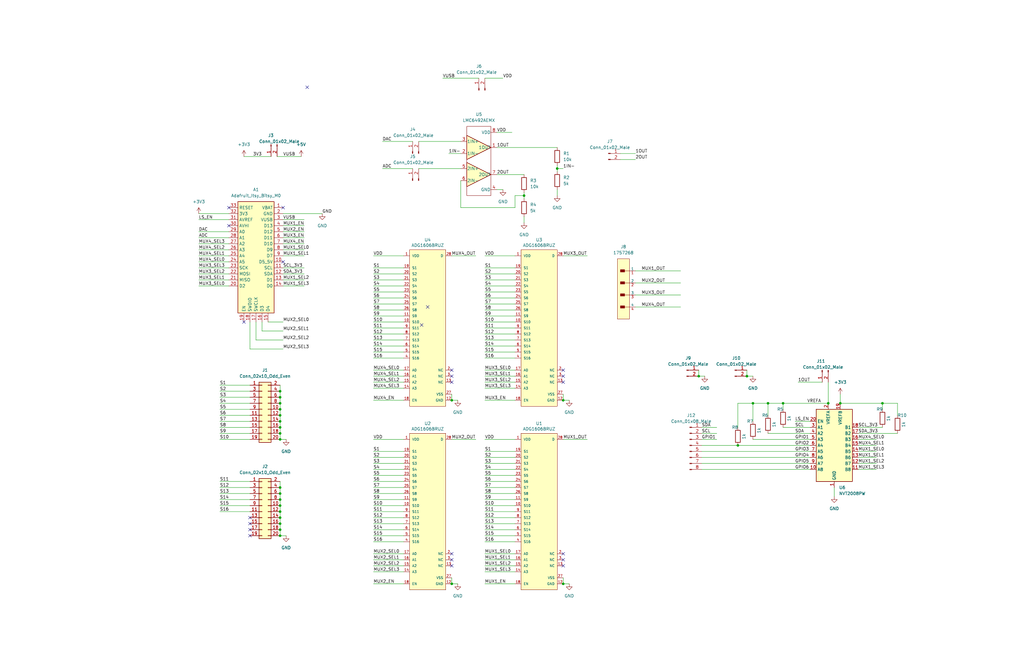
<source format=kicad_sch>
(kicad_sch (version 20211123) (generator eeschema)
  (paper "USLedger")
  (junction (at 118.11 167.64))
  (junction (at 118.11 218.44))
  (junction (at 118.11 185.42))
  (junction (at 118.11 180.34))
  (junction (at 323.85 170.18))
  (junction (at 354.33 170.18))
  (junction (at 118.11 165.1))
  (junction (at 118.11 172.72))
  (junction (at 190.5 246.38))
  (junction (at 118.11 205.74))
  (junction (at 118.11 226.06))
  (junction (at 372.11 170.18))
  (junction (at 118.11 208.28))
  (junction (at 349.25 170.18))
  (junction (at 118.11 175.26))
  (junction (at 237.49 168.91))
  (junction (at 118.11 223.52))
  (junction (at 234.95 71.12))
  (junction (at 330.2 170.18))
  (junction (at 294.64 158.75))
  (junction (at 118.11 170.18))
  (junction (at 118.11 213.36))
  (junction (at 220.98 82.55))
  (junction (at 314.96 158.75))
  (junction (at 118.11 215.9))
  (junction (at 118.11 220.98))
  (junction (at 311.15 187.96))
  (junction (at 237.49 246.38))
  (junction (at 190.5 168.91))
  (junction (at 118.11 182.88))
  (junction (at 118.11 210.82))
  (junction (at 118.11 177.8))
  (junction (at 317.5 170.18))
  (no_connect (at 105.41 223.52))
  (no_connect (at 105.41 220.98))
  (no_connect (at 105.41 218.44))
  (no_connect (at 105.41 226.06))
  (no_connect (at 190.5 238.76))
  (no_connect (at 190.5 236.22))
  (no_connect (at 190.5 233.68))
  (no_connect (at 237.49 233.68))
  (no_connect (at 237.49 236.22))
  (no_connect (at 237.49 238.76))
  (no_connect (at 102.87 135.89))
  (no_connect (at 119.38 87.63))
  (no_connect (at 119.38 110.49))
  (no_connect (at 96.52 87.63))
  (no_connect (at 96.52 95.25))
  (no_connect (at 190.5 161.29))
  (no_connect (at 190.5 158.75))
  (no_connect (at 190.5 156.21))
  (no_connect (at 237.49 161.29))
  (no_connect (at 237.49 158.75))
  (no_connect (at 237.49 156.21))
  (no_connect (at 129.54 36.83))
  (no_connect (at 180.34 129.54))
  (no_connect (at 177.8 137.16))
  (wire (pts (xy 102.87 66.04) (xy 114.3 66.04)))
  (wire (pts (xy 314.96 158.75) (xy 317.5 158.75)))
  (wire (pts (xy 157.48 203.2) (xy 170.18 203.2)))
  (wire (pts (xy 330.2 172.72) (xy 330.2 170.18)))
  (wire (pts (xy 204.47 143.51) (xy 217.17 143.51)))
  (wire (pts (xy 110.49 135.89) (xy 110.49 139.7)))
  (wire (pts (xy 118.11 205.74) (xy 118.11 208.28)))
  (wire (pts (xy 204.47 236.22) (xy 217.17 236.22)))
  (wire (pts (xy 204.47 233.68) (xy 217.17 233.68)))
  (wire (pts (xy 157.48 135.89) (xy 170.18 135.89)))
  (wire (pts (xy 194.31 76.2) (xy 194.31 87.63)))
  (wire (pts (xy 204.47 193.04) (xy 217.17 193.04)))
  (wire (pts (xy 92.71 170.18) (xy 105.41 170.18)))
  (wire (pts (xy 157.48 130.81) (xy 170.18 130.81)))
  (wire (pts (xy 119.38 120.65) (xy 128.27 120.65)))
  (wire (pts (xy 267.97 129.54) (xy 287.02 129.54)))
  (wire (pts (xy 237.49 107.95) (xy 247.65 107.95)))
  (wire (pts (xy 92.71 182.88) (xy 105.41 182.88)))
  (wire (pts (xy 234.95 69.85) (xy 234.95 71.12)))
  (wire (pts (xy 190.5 166.37) (xy 190.5 168.91)))
  (wire (pts (xy 295.91 182.88) (xy 302.26 182.88)))
  (wire (pts (xy 157.48 213.36) (xy 170.18 213.36)))
  (wire (pts (xy 157.48 193.04) (xy 170.18 193.04)))
  (wire (pts (xy 209.55 55.88) (xy 215.9 55.88)))
  (wire (pts (xy 118.11 220.98) (xy 118.11 223.52)))
  (wire (pts (xy 378.46 175.26) (xy 378.46 170.18)))
  (wire (pts (xy 157.48 198.12) (xy 170.18 198.12)))
  (wire (pts (xy 209.55 62.23) (xy 234.95 62.23)))
  (wire (pts (xy 204.47 115.57) (xy 217.17 115.57)))
  (wire (pts (xy 349.25 161.29) (xy 349.25 170.18)))
  (wire (pts (xy 204.47 198.12) (xy 217.17 198.12)))
  (wire (pts (xy 354.33 166.37) (xy 354.33 170.18)))
  (wire (pts (xy 107.95 135.89) (xy 107.95 143.51)))
  (wire (pts (xy 220.98 91.44) (xy 220.98 93.98)))
  (wire (pts (xy 157.48 226.06) (xy 170.18 226.06)))
  (wire (pts (xy 157.48 236.22) (xy 170.18 236.22)))
  (wire (pts (xy 119.38 115.57) (xy 128.27 115.57)))
  (wire (pts (xy 295.91 180.34) (xy 302.26 180.34)))
  (wire (pts (xy 92.71 210.82) (xy 105.41 210.82)))
  (wire (pts (xy 204.47 118.11) (xy 217.17 118.11)))
  (wire (pts (xy 113.03 135.89) (xy 119.38 135.89)))
  (wire (pts (xy 378.46 170.18) (xy 372.11 170.18)))
  (wire (pts (xy 336.55 161.29) (xy 346.71 161.29)))
  (wire (pts (xy 176.53 59.69) (xy 194.31 59.69)))
  (wire (pts (xy 157.48 148.59) (xy 170.18 148.59)))
  (wire (pts (xy 204.47 151.13) (xy 217.17 151.13)))
  (wire (pts (xy 157.48 107.95) (xy 170.18 107.95)))
  (wire (pts (xy 234.95 71.12) (xy 237.49 71.12)))
  (wire (pts (xy 361.95 182.88) (xy 378.46 182.88)))
  (wire (pts (xy 157.48 120.65) (xy 170.18 120.65)))
  (wire (pts (xy 204.47 226.06) (xy 217.17 226.06)))
  (wire (pts (xy 157.48 238.76) (xy 170.18 238.76)))
  (wire (pts (xy 92.71 205.74) (xy 105.41 205.74)))
  (wire (pts (xy 157.48 218.44) (xy 170.18 218.44)))
  (wire (pts (xy 83.82 110.49) (xy 96.52 110.49)))
  (wire (pts (xy 204.47 241.3) (xy 217.17 241.3)))
  (wire (pts (xy 204.47 107.95) (xy 217.17 107.95)))
  (wire (pts (xy 204.47 220.98) (xy 217.17 220.98)))
  (wire (pts (xy 92.71 208.28) (xy 105.41 208.28)))
  (wire (pts (xy 204.47 138.43) (xy 217.17 138.43)))
  (wire (pts (xy 157.48 115.57) (xy 170.18 115.57)))
  (wire (pts (xy 157.48 223.52) (xy 170.18 223.52)))
  (wire (pts (xy 119.38 107.95) (xy 128.27 107.95)))
  (wire (pts (xy 204.47 135.89) (xy 217.17 135.89)))
  (wire (pts (xy 204.47 113.03) (xy 217.17 113.03)))
  (wire (pts (xy 92.71 215.9) (xy 105.41 215.9)))
  (wire (pts (xy 220.98 81.28) (xy 220.98 82.55)))
  (wire (pts (xy 157.48 123.19) (xy 170.18 123.19)))
  (wire (pts (xy 92.71 185.42) (xy 105.41 185.42)))
  (wire (pts (xy 83.82 97.79) (xy 96.52 97.79)))
  (wire (pts (xy 190.5 246.38) (xy 193.04 246.38)))
  (wire (pts (xy 237.49 243.84) (xy 237.49 246.38)))
  (wire (pts (xy 118.11 203.2) (xy 118.11 205.74)))
  (wire (pts (xy 157.48 208.28) (xy 170.18 208.28)))
  (wire (pts (xy 267.97 114.3) (xy 287.02 114.3)))
  (wire (pts (xy 204.47 210.82) (xy 217.17 210.82)))
  (wire (pts (xy 92.71 165.1) (xy 105.41 165.1)))
  (wire (pts (xy 335.28 177.8) (xy 341.63 177.8)))
  (wire (pts (xy 118.11 210.82) (xy 118.11 213.36)))
  (wire (pts (xy 157.48 118.11) (xy 170.18 118.11)))
  (wire (pts (xy 105.41 147.32) (xy 119.38 147.32)))
  (wire (pts (xy 204.47 125.73) (xy 217.17 125.73)))
  (wire (pts (xy 204.47 195.58) (xy 217.17 195.58)))
  (wire (pts (xy 317.5 170.18) (xy 323.85 170.18)))
  (wire (pts (xy 157.48 143.51) (xy 170.18 143.51)))
  (wire (pts (xy 157.48 228.6) (xy 170.18 228.6)))
  (wire (pts (xy 217.17 82.55) (xy 220.98 82.55)))
  (wire (pts (xy 204.47 168.91) (xy 217.17 168.91)))
  (wire (pts (xy 157.48 158.75) (xy 170.18 158.75)))
  (wire (pts (xy 361.95 198.12) (xy 369.57 198.12)))
  (wire (pts (xy 118.11 175.26) (xy 118.11 177.8)))
  (wire (pts (xy 118.11 165.1) (xy 118.11 167.64)))
  (wire (pts (xy 176.53 71.12) (xy 194.31 71.12)))
  (wire (pts (xy 157.48 195.58) (xy 170.18 195.58)))
  (wire (pts (xy 295.91 198.12) (xy 341.63 198.12)))
  (wire (pts (xy 118.11 170.18) (xy 118.11 172.72)))
  (wire (pts (xy 157.48 205.74) (xy 170.18 205.74)))
  (wire (pts (xy 118.11 172.72) (xy 118.11 175.26)))
  (wire (pts (xy 83.82 102.87) (xy 96.52 102.87)))
  (wire (pts (xy 204.47 33.02) (xy 212.09 33.02)))
  (wire (pts (xy 157.48 133.35) (xy 170.18 133.35)))
  (wire (pts (xy 295.91 187.96) (xy 311.15 187.96)))
  (wire (pts (xy 83.82 107.95) (xy 96.52 107.95)))
  (wire (pts (xy 204.47 130.81) (xy 217.17 130.81)))
  (wire (pts (xy 118.11 185.42) (xy 120.65 185.42)))
  (wire (pts (xy 204.47 208.28) (xy 217.17 208.28)))
  (wire (pts (xy 83.82 90.17) (xy 96.52 90.17)))
  (wire (pts (xy 204.47 140.97) (xy 217.17 140.97)))
  (wire (pts (xy 204.47 190.5) (xy 217.17 190.5)))
  (wire (pts (xy 361.95 190.5) (xy 369.57 190.5)))
  (wire (pts (xy 92.71 175.26) (xy 105.41 175.26)))
  (wire (pts (xy 330.2 170.18) (xy 349.25 170.18)))
  (wire (pts (xy 157.48 161.29) (xy 170.18 161.29)))
  (wire (pts (xy 83.82 105.41) (xy 96.52 105.41)))
  (wire (pts (xy 267.97 124.46) (xy 287.02 124.46)))
  (wire (pts (xy 351.79 205.74) (xy 351.79 209.55)))
  (wire (pts (xy 267.97 119.38) (xy 287.02 119.38)))
  (wire (pts (xy 119.38 92.71) (xy 128.27 92.71)))
  (wire (pts (xy 83.82 120.65) (xy 96.52 120.65)))
  (wire (pts (xy 107.95 143.51) (xy 119.38 143.51)))
  (wire (pts (xy 204.47 161.29) (xy 217.17 161.29)))
  (wire (pts (xy 157.48 113.03) (xy 170.18 113.03)))
  (wire (pts (xy 118.11 167.64) (xy 118.11 170.18)))
  (wire (pts (xy 118.11 223.52) (xy 118.11 226.06)))
  (wire (pts (xy 204.47 163.83) (xy 217.17 163.83)))
  (wire (pts (xy 92.71 177.8) (xy 105.41 177.8)))
  (wire (pts (xy 204.47 156.21) (xy 217.17 156.21)))
  (wire (pts (xy 311.15 170.18) (xy 317.5 170.18)))
  (wire (pts (xy 294.64 158.75) (xy 297.18 158.75)))
  (wire (pts (xy 361.95 195.58) (xy 369.57 195.58)))
  (wire (pts (xy 261.62 64.77) (xy 267.97 64.77)))
  (wire (pts (xy 323.85 182.88) (xy 341.63 182.88)))
  (wire (pts (xy 194.31 87.63) (xy 217.17 87.63)))
  (wire (pts (xy 361.95 193.04) (xy 369.57 193.04)))
  (wire (pts (xy 204.47 158.75) (xy 217.17 158.75)))
  (wire (pts (xy 157.48 246.38) (xy 170.18 246.38)))
  (wire (pts (xy 157.48 125.73) (xy 170.18 125.73)))
  (wire (pts (xy 118.11 180.34) (xy 118.11 182.88)))
  (wire (pts (xy 118.11 215.9) (xy 118.11 218.44)))
  (wire (pts (xy 234.95 80.01) (xy 234.95 82.55)))
  (wire (pts (xy 204.47 203.2) (xy 217.17 203.2)))
  (wire (pts (xy 83.82 115.57) (xy 96.52 115.57)))
  (wire (pts (xy 204.47 146.05) (xy 217.17 146.05)))
  (wire (pts (xy 204.47 213.36) (xy 217.17 213.36)))
  (wire (pts (xy 157.48 128.27) (xy 170.18 128.27)))
  (wire (pts (xy 204.47 228.6) (xy 217.17 228.6)))
  (wire (pts (xy 204.47 185.42) (xy 217.17 185.42)))
  (wire (pts (xy 204.47 223.52) (xy 217.17 223.52)))
  (wire (pts (xy 92.71 162.56) (xy 105.41 162.56)))
  (wire (pts (xy 204.47 218.44) (xy 217.17 218.44)))
  (wire (pts (xy 157.48 146.05) (xy 170.18 146.05)))
  (wire (pts (xy 354.33 170.18) (xy 372.11 170.18)))
  (wire (pts (xy 157.48 210.82) (xy 170.18 210.82)))
  (wire (pts (xy 217.17 87.63) (xy 217.17 82.55)))
  (wire (pts (xy 92.71 172.72) (xy 105.41 172.72)))
  (wire (pts (xy 161.29 71.12) (xy 173.99 71.12)))
  (wire (pts (xy 119.38 97.79) (xy 128.27 97.79)))
  (wire (pts (xy 157.48 200.66) (xy 170.18 200.66)))
  (wire (pts (xy 119.38 113.03) (xy 128.27 113.03)))
  (wire (pts (xy 295.91 193.04) (xy 341.63 193.04)))
  (wire (pts (xy 323.85 170.18) (xy 330.2 170.18)))
  (wire (pts (xy 237.49 185.42) (xy 247.65 185.42)))
  (wire (pts (xy 323.85 175.26) (xy 323.85 170.18)))
  (wire (pts (xy 157.48 220.98) (xy 170.18 220.98)))
  (wire (pts (xy 237.49 246.38) (xy 240.03 246.38)))
  (wire (pts (xy 118.11 162.56) (xy 118.11 165.1)))
  (wire (pts (xy 204.47 123.19) (xy 217.17 123.19)))
  (wire (pts (xy 314.96 156.21) (xy 314.96 158.75)))
  (wire (pts (xy 237.49 168.91) (xy 240.03 168.91)))
  (wire (pts (xy 204.47 128.27) (xy 217.17 128.27)))
  (wire (pts (xy 204.47 246.38) (xy 217.17 246.38)))
  (wire (pts (xy 204.47 133.35) (xy 217.17 133.35)))
  (wire (pts (xy 295.91 185.42) (xy 302.26 185.42)))
  (wire (pts (xy 311.15 187.96) (xy 341.63 187.96)))
  (wire (pts (xy 204.47 238.76) (xy 217.17 238.76)))
  (wire (pts (xy 118.11 208.28) (xy 118.11 210.82)))
  (wire (pts (xy 295.91 195.58) (xy 341.63 195.58)))
  (wire (pts (xy 157.48 233.68) (xy 170.18 233.68)))
  (wire (pts (xy 119.38 90.17) (xy 135.89 90.17)))
  (wire (pts (xy 92.71 180.34) (xy 105.41 180.34)))
  (wire (pts (xy 317.5 177.8) (xy 317.5 170.18)))
  (wire (pts (xy 157.48 140.97) (xy 170.18 140.97)))
  (wire (pts (xy 361.95 187.96) (xy 369.57 187.96)))
  (wire (pts (xy 118.11 182.88) (xy 118.11 185.42)))
  (wire (pts (xy 204.47 148.59) (xy 217.17 148.59)))
  (wire (pts (xy 119.38 95.25) (xy 128.27 95.25)))
  (wire (pts (xy 83.82 118.11) (xy 96.52 118.11)))
  (wire (pts (xy 105.41 135.89) (xy 105.41 147.32)))
  (wire (pts (xy 83.82 92.71) (xy 96.52 92.71)))
  (wire (pts (xy 190.5 185.42) (xy 200.66 185.42)))
  (wire (pts (xy 157.48 151.13) (xy 170.18 151.13)))
  (wire (pts (xy 157.48 138.43) (xy 170.18 138.43)))
  (wire (pts (xy 209.55 80.01) (xy 212.09 80.01)))
  (wire (pts (xy 295.91 190.5) (xy 341.63 190.5)))
  (wire (pts (xy 204.47 215.9) (xy 217.17 215.9)))
  (wire (pts (xy 190.5 243.84) (xy 190.5 246.38)))
  (wire (pts (xy 204.47 120.65) (xy 217.17 120.65)))
  (wire (pts (xy 317.5 185.42) (xy 341.63 185.42)))
  (wire (pts (xy 92.71 203.2) (xy 105.41 203.2)))
  (wire (pts (xy 92.71 167.64) (xy 105.41 167.64)))
  (wire (pts (xy 83.82 100.33) (xy 96.52 100.33)))
  (wire (pts (xy 157.48 156.21) (xy 170.18 156.21)))
  (wire (pts (xy 372.11 172.72) (xy 372.11 170.18)))
  (wire (pts (xy 186.69 33.02) (xy 201.93 33.02)))
  (wire (pts (xy 118.11 177.8) (xy 118.11 180.34)))
  (wire (pts (xy 119.38 102.87) (xy 128.27 102.87)))
  (wire (pts (xy 157.48 168.91) (xy 170.18 168.91)))
  (wire (pts (xy 237.49 166.37) (xy 237.49 168.91)))
  (wire (pts (xy 204.47 205.74) (xy 217.17 205.74)))
  (wire (pts (xy 294.64 156.21) (xy 294.64 158.75)))
  (wire (pts (xy 157.48 190.5) (xy 170.18 190.5)))
  (wire (pts (xy 234.95 71.12) (xy 234.95 72.39)))
  (wire (pts (xy 119.38 105.41) (xy 128.27 105.41)))
  (wire (pts (xy 204.47 200.66) (xy 217.17 200.66)))
  (wire (pts (xy 157.48 163.83) (xy 170.18 163.83)))
  (wire (pts (xy 330.2 180.34) (xy 341.63 180.34)))
  (wire (pts (xy 118.11 213.36) (xy 118.11 215.9)))
  (wire (pts (xy 161.29 59.69) (xy 173.99 59.69)))
  (wire (pts (xy 119.38 118.11) (xy 128.27 118.11)))
  (wire (pts (xy 83.82 113.03) (xy 96.52 113.03)))
  (wire (pts (xy 190.5 107.95) (xy 200.66 107.95)))
  (wire (pts (xy 92.71 213.36) (xy 105.41 213.36)))
  (wire (pts (xy 220.98 82.55) (xy 220.98 83.82)))
  (wire (pts (xy 189.23 64.77) (xy 194.31 64.77)))
  (wire (pts (xy 157.48 241.3) (xy 170.18 241.3)))
  (wire (pts (xy 119.38 100.33) (xy 128.27 100.33)))
  (wire (pts (xy 118.11 218.44) (xy 118.11 220.98)))
  (wire (pts (xy 190.5 168.91) (xy 193.04 168.91)))
  (wire (pts (xy 209.55 73.66) (xy 220.98 73.66)))
  (wire (pts (xy 116.84 66.04) (xy 127 66.04)))
  (wire (pts (xy 261.62 67.31) (xy 267.97 67.31)))
  (wire (pts (xy 311.15 180.34) (xy 311.15 170.18)))
  (wire (pts (xy 118.11 226.06) (xy 120.65 226.06)))
  (wire (pts (xy 110.49 139.7) (xy 119.38 139.7)))
  (wire (pts (xy 361.95 185.42) (xy 369.57 185.42)))
  (wire (pts (xy 361.95 180.34) (xy 372.11 180.34)))
  (wire (pts (xy 157.48 215.9) (xy 170.18 215.9)))
  (wire (pts (xy 157.48 185.42) (xy 170.18 185.42)))
  (label "S12" (at 157.48 218.44 0))
  (label "S2" (at 157.48 193.04 0))
  (label "S5" (at 204.47 123.19 0))
  (label "MUX1_SEL1" (at 361.95 193.04 0))
  (label "S9" (at 92.71 182.88 0))
  (label "S13" (at 92.71 208.28 0))
  (label "S2" (at 204.47 193.04 0))
  (label "2OUT" (at 267.97 67.31 0))
  (label "MUX2_SEL2" (at 119.38 143.51 0))
  (label "MUX1_OUT" (at 270.51 114.3 0))
  (label "MUX3_SEL2" (at 204.47 161.29 0))
  (label "VDD" (at 204.47 107.95 0))
  (label "MUX3_SEL2" (at 83.82 115.57 0))
  (label "S10" (at 204.47 135.89 0))
  (label "GPIO6" (at 335.28 198.12 0))
  (label "S9" (at 157.48 133.35 0))
  (label "S14" (at 92.71 210.82 0))
  (label "DAC" (at 161.29 59.69 0))
  (label "MUX3_SEL1" (at 204.47 158.75 0))
  (label "1OUT" (at 209.55 62.23 0))
  (label "S5" (at 157.48 200.66 0))
  (label "SDA" (at 295.91 180.34 0))
  (label "MUX3_SEL0" (at 204.47 156.21 0))
  (label "SCL" (at 295.91 182.88 0))
  (label "MUX4_SEL2" (at 83.82 105.41 0))
  (label "VDD" (at 209.55 55.88 0))
  (label "S15" (at 157.48 148.59 0))
  (label "S3" (at 92.71 167.64 0))
  (label "MUX4_SEL0" (at 157.48 156.21 0))
  (label "GPIO2" (at 335.28 187.96 0))
  (label "S3" (at 157.48 118.11 0))
  (label "S10" (at 92.71 185.42 0))
  (label "S5" (at 204.47 200.66 0))
  (label "2OUT" (at 209.55 73.66 0))
  (label "S1" (at 204.47 113.03 0))
  (label "MUX2_SEL1" (at 119.38 139.7 0))
  (label "S2" (at 204.47 115.57 0))
  (label "MUX3_EN" (at 119.38 100.33 0))
  (label "S3" (at 204.47 195.58 0))
  (label "S7" (at 92.71 177.8 0))
  (label "S16" (at 157.48 228.6 0))
  (label "MUX3_OUT" (at 237.49 107.95 0))
  (label "SDA_3V3" (at 119.38 115.57 0))
  (label "VDD" (at 204.47 185.42 0))
  (label "GPIO4" (at 335.28 193.04 0))
  (label "GPIO1" (at 335.28 185.42 0))
  (label "S8" (at 157.48 208.28 0))
  (label "MUX2_SEL0" (at 119.38 135.89 0))
  (label "GPIO3" (at 335.28 190.5 0))
  (label "MUX1_SEL3" (at 119.38 120.65 0))
  (label "S4" (at 204.47 198.12 0))
  (label "S1" (at 157.48 113.03 0))
  (label "ADC" (at 161.29 71.12 0))
  (label "MUX4_SEL0" (at 83.82 110.49 0))
  (label "S13" (at 157.48 220.98 0))
  (label "SDA" (at 335.28 182.88 0))
  (label "MUX1_SEL2" (at 204.47 238.76 0))
  (label "MUX3_OUT" (at 270.51 124.46 0))
  (label "MUX2_SEL0" (at 157.48 233.68 0))
  (label "S6" (at 204.47 125.73 0))
  (label "S1" (at 92.71 162.56 0))
  (label "MUX3_SEL3" (at 83.82 113.03 0))
  (label "MUX1_SEL0" (at 119.38 105.41 0))
  (label "S6" (at 157.48 125.73 0))
  (label "MUX4_SEL1" (at 361.95 187.96 0))
  (label "VUSB" (at 119.38 66.04 0))
  (label "S4" (at 204.47 120.65 0))
  (label "1IN-" (at 237.49 71.12 0))
  (label "S3" (at 157.48 195.58 0))
  (label "S10" (at 157.48 135.89 0))
  (label "VUSB" (at 119.38 92.71 0))
  (label "S3" (at 204.47 118.11 0))
  (label "S2" (at 92.71 165.1 0))
  (label "S6" (at 204.47 203.2 0))
  (label "S15" (at 204.47 226.06 0))
  (label "MUX2_EN" (at 157.48 246.38 0))
  (label "S16" (at 92.71 215.9 0))
  (label "S11" (at 92.71 203.2 0))
  (label "S9" (at 157.48 210.82 0))
  (label "S11" (at 157.48 138.43 0))
  (label "S7" (at 204.47 205.74 0))
  (label "MUX3_SEL1" (at 83.82 118.11 0))
  (label "GND" (at 135.89 90.17 0))
  (label "S7" (at 204.47 128.27 0))
  (label "MUX2_OUT" (at 270.51 119.38 0))
  (label "S7" (at 157.48 128.27 0))
  (label "S16" (at 204.47 228.6 0))
  (label "MUX1_OUT" (at 237.49 185.42 0))
  (label "S10" (at 204.47 213.36 0))
  (label "S1" (at 204.47 190.5 0))
  (label "VREFA" (at 340.36 170.18 0))
  (label "MUX1_SEL1" (at 119.38 107.95 0))
  (label "MUX1_SEL2" (at 119.38 118.11 0))
  (label "S12" (at 157.48 140.97 0))
  (label "S8" (at 204.47 208.28 0))
  (label "VDD" (at 157.48 185.42 0))
  (label "DAC" (at 83.82 97.79 0))
  (label "S8" (at 157.48 130.81 0))
  (label "MUX1_EN" (at 119.38 95.25 0))
  (label "S12" (at 92.71 205.74 0))
  (label "MUX2_SEL3" (at 157.48 241.3 0))
  (label "S12" (at 204.47 140.97 0))
  (label "S13" (at 157.48 143.51 0))
  (label "MUX3_SEL3" (at 204.47 163.83 0))
  (label "S2" (at 157.48 115.57 0))
  (label "MUX3_EN" (at 204.47 168.91 0))
  (label "S5" (at 157.48 123.19 0))
  (label "MUX1_SEL0" (at 361.95 190.5 0))
  (label "MUX4_EN" (at 119.38 102.87 0))
  (label "S14" (at 157.48 223.52 0))
  (label "MUX2_SEL2" (at 157.48 238.76 0))
  (label "MUX2_OUT" (at 190.5 185.42 0))
  (label "VUSB" (at 186.69 33.02 0))
  (label "S14" (at 157.48 146.05 0))
  (label "MUX4_SEL2" (at 157.48 161.29 0))
  (label "MUX1_EN" (at 204.47 246.38 0))
  (label "SCL" (at 335.28 180.34 0))
  (label "SDA_3V3" (at 361.95 182.88 0))
  (label "S14" (at 204.47 223.52 0))
  (label "MUX1_SEL2" (at 361.95 195.58 0))
  (label "S8" (at 204.47 130.81 0))
  (label "MUX4_OUT" (at 270.51 129.54 0))
  (label "MUX4_SEL3" (at 157.48 163.83 0))
  (label "S14" (at 204.47 146.05 0))
  (label "MUX1_SEL1" (at 204.47 236.22 0))
  (label "MUX4_EN" (at 157.48 168.91 0))
  (label "MUX4_SEL0" (at 361.95 185.42 0))
  (label "MUX4_SEL3" (at 83.82 102.87 0))
  (label "MUX1_SEL3" (at 204.47 241.3 0))
  (label "S12" (at 204.47 218.44 0))
  (label "S9" (at 204.47 133.35 0))
  (label "MUX4_SEL1" (at 83.82 107.95 0))
  (label "S7" (at 157.48 205.74 0))
  (label "1IN-" (at 189.23 64.77 0))
  (label "S15" (at 204.47 148.59 0))
  (label "S16" (at 157.48 151.13 0))
  (label "SCL_3V3" (at 361.95 180.34 0))
  (label "S16" (at 204.47 151.13 0))
  (label "S4" (at 92.71 170.18 0))
  (label "LS_EN" (at 335.28 177.8 0))
  (label "S11" (at 204.47 138.43 0))
  (label "1OUT" (at 267.97 64.77 0))
  (label "S11" (at 157.48 215.9 0))
  (label "MUX1_SEL3" (at 361.95 198.12 0))
  (label "S15" (at 157.48 226.06 0))
  (label "MUX4_SEL1" (at 157.48 158.75 0))
  (label "SCL_3V3" (at 119.38 113.03 0))
  (label "MUX2_SEL1" (at 157.48 236.22 0))
  (label "GPIO5" (at 335.28 195.58 0))
  (label "S6" (at 92.71 175.26 0))
  (label "S15" (at 92.71 213.36 0))
  (label "MUX1_SEL0" (at 204.47 233.68 0))
  (label "S1" (at 157.48 190.5 0))
  (label "S6" (at 157.48 203.2 0))
  (label "S11" (at 204.47 215.9 0))
  (label "MUX4_OUT" (at 190.5 107.95 0))
  (label "3V3" (at 106.68 66.04 0))
  (label "S13" (at 204.47 220.98 0))
  (label "S10" (at 157.48 213.36 0))
  (label "S13" (at 204.47 143.51 0))
  (label "S8" (at 92.71 180.34 0))
  (label "ADC" (at 83.82 100.33 0))
  (label "VDD" (at 212.09 33.02 0))
  (label "MUX3_SEL0" (at 83.82 120.65 0))
  (label "VDD" (at 157.48 107.95 0))
  (label "S4" (at 157.48 198.12 0))
  (label "1OUT" (at 336.55 161.29 0))
  (label "S4" (at 157.48 120.65 0))
  (label "GPIO1" (at 295.91 185.42 0))
  (label "MUX2_EN" (at 119.38 97.79 0))
  (label "LS_EN" (at 83.82 92.71 0))
  (label "S9" (at 204.47 210.82 0))
  (label "S5" (at 92.71 172.72 0))
  (label "MUX2_SEL3" (at 119.38 147.32 0))
  (symbol (lib_name "ADG1606BRUZ_1") (lib_id "mux_board_v1:ADG1606BRUZ") (at 167.64 107.95 0) (unit 1)
    (property "Reference" "U4" (at 180.34 101.219 0))
    (property "Value" "ADG1606BRUZ" (at 180.34 103.5304 0))
    (property "Footprint" "mux_board_v1:Analog_Devices-RU-28-0-0-IPC_A" (effects hide))
    (property "Datasheet" "https://www.analog.com/media/en/technical-documentation/data-sheets/ADG1606_1607.pdf" (effects hide))
    (property "-3dB bandwith" "21MHz" (effects hide))
    (property "automotive" "No" (effects hide))
    (property "category" "IC" (effects hide))
    (property "ciiva ids" "1216611" (effects hide))
    (property "device class L1" "Integrated Circuits (ICs)" (effects hide))
    (property "device class L2" "Interface ICs" (effects hide))
    (property "device class L3" "Multiplexers" (effects hide))
    (property "digikey description" "IC MULTIPLEXER 1 X 16 28TSSOP" (effects hide))
    (property "digikey part number" "ADG1606BRUZ-ND" (effects hide))
    (property "height" "1.2mm" (effects hide))
    (property "ipc land pattern name" "SOP65P640X120-28" (effects hide))
    (property "lead free" "Yes" (effects hide))
    (property "library id" "9951777a5a1efd18" (effects hide))
    (property "manufacturer" "Analog Devices" (effects hide))
    (property "max junction temp" "+150°C" (effects hide))
    (property "max supply voltage" "16V" (effects hide))
    (property "min supply voltage" "3.3V" (effects hide))
    (property "mouser description" "Multiplexer Switch ICs 16:1 21MHz 4 Ohm iCMOS Diff" (effects hide))
    (property "mouser part number" "584-ADG1606BRUZ" (effects hide))
    (property "mux demux ratio" "16:1" (effects hide))
    (property "nominal supply current" "300uA" (effects hide))
    (property "number of circuits" "16" (effects hide))
    (property "obsolete part" "false" (effects hide))
    (property "on state resistance" "4.5Ω" (effects hide))
    (property "package" "TSSOP28" (effects hide))
    (property "release date" "1391089322" (effects hide))
    (property "rohs" "Yes" (effects hide))
    (property "standoff height" "0.05mm" (effects hide))
    (property "temperature range high" "+125°C" (effects hide))
    (property "temperature range low" "-40°C" (effects hide))
  )
  (symbol (lib_name "ADG1606BRUZ_2") (lib_id "mux_board_v1:ADG1606BRUZ") (at 214.63 107.95 0) (unit 1)
    (property "Reference" "U3" (at 227.33 101.219 0))
    (property "Value" "ADG1606BRUZ" (at 227.33 103.5304 0))
    (property "Footprint" "mux_board_v1:Analog_Devices-RU-28-0-0-IPC_A" (effects hide))
    (property "Datasheet" "https://www.analog.com/media/en/technical-documentation/data-sheets/ADG1606_1607.pdf" (effects hide))
    (property "-3dB bandwith" "21MHz" (effects hide))
    (property "automotive" "No" (effects hide))
    (property "category" "IC" (effects hide))
    (property "ciiva ids" "1216611" (effects hide))
    (property "device class L1" "Integrated Circuits (ICs)" (effects hide))
    (property "device class L2" "Interface ICs" (effects hide))
    (property "device class L3" "Multiplexers" (effects hide))
    (property "digikey description" "IC MULTIPLEXER 1 X 16 28TSSOP" (effects hide))
    (property "digikey part number" "ADG1606BRUZ-ND" (effects hide))
    (property "height" "1.2mm" (effects hide))
    (property "ipc land pattern name" "SOP65P640X120-28" (effects hide))
    (property "lead free" "Yes" (effects hide))
    (property "library id" "9951777a5a1efd18" (effects hide))
    (property "manufacturer" "Analog Devices" (effects hide))
    (property "max junction temp" "+150°C" (effects hide))
    (property "max supply voltage" "16V" (effects hide))
    (property "min supply voltage" "3.3V" (effects hide))
    (property "mouser description" "Multiplexer Switch ICs 16:1 21MHz 4 Ohm iCMOS Diff" (effects hide))
    (property "mouser part number" "584-ADG1606BRUZ" (effects hide))
    (property "mux demux ratio" "16:1" (effects hide))
    (property "nominal supply current" "300uA" (effects hide))
    (property "number of circuits" "16" (effects hide))
    (property "obsolete part" "false" (effects hide))
    (property "on state resistance" "4.5Ω" (effects hide))
    (property "package" "TSSOP28" (effects hide))
    (property "release date" "1391089322" (effects hide))
    (property "rohs" "Yes" (effects hide))
    (property "standoff height" "0.05mm" (effects hide))
    (property "temperature range high" "+125°C" (effects hide))
    (property "temperature range low" "-40°C" (effects hide))
  )
  (symbol (lib_id "mux_board_v1:ADG1606BRUZ") (at 214.63 185.42 0) (unit 1)
    (property "Reference" "U1" (at 227.33 178.689 0))
    (property "Value" "ADG1606BRUZ" (at 227.33 181.0004 0))
    (property "Footprint" "mux_board_v1:Analog_Devices-RU-28-0-0-IPC_A" (effects hide))
    (property "Datasheet" "https://www.analog.com/media/en/technical-documentation/data-sheets/ADG1606_1607.pdf" (effects hide))
    (property "-3dB bandwith" "21MHz" (effects hide))
    (property "automotive" "No" (effects hide))
    (property "category" "IC" (effects hide))
    (property "ciiva ids" "1216611" (effects hide))
    (property "device class L1" "Integrated Circuits (ICs)" (effects hide))
    (property "device class L2" "Interface ICs" (effects hide))
    (property "device class L3" "Multiplexers" (effects hide))
    (property "digikey description" "IC MULTIPLEXER 1 X 16 28TSSOP" (effects hide))
    (property "digikey part number" "ADG1606BRUZ-ND" (effects hide))
    (property "height" "1.2mm" (effects hide))
    (property "ipc land pattern name" "SOP65P640X120-28" (effects hide))
    (property "lead free" "Yes" (effects hide))
    (property "library id" "9951777a5a1efd18" (effects hide))
    (property "manufacturer" "Analog Devices" (effects hide))
    (property "max junction temp" "+150°C" (effects hide))
    (property "max supply voltage" "16V" (effects hide))
    (property "min supply voltage" "3.3V" (effects hide))
    (property "mouser description" "Multiplexer Switch ICs 16:1 21MHz 4 Ohm iCMOS Diff" (effects hide))
    (property "mouser part number" "584-ADG1606BRUZ" (effects hide))
    (property "mux demux ratio" "16:1" (effects hide))
    (property "nominal supply current" "300uA" (effects hide))
    (property "number of circuits" "16" (effects hide))
    (property "obsolete part" "false" (effects hide))
    (property "on state resistance" "4.5Ω" (effects hide))
    (property "package" "TSSOP28" (effects hide))
    (property "release date" "1391089322" (effects hide))
    (property "rohs" "Yes" (effects hide))
    (property "standoff height" "0.05mm" (effects hide))
    (property "temperature range high" "+125°C" (effects hide))
    (property "temperature range low" "-40°C" (effects hide))
  )
  (symbol (lib_name "ADG1606BRUZ_3") (lib_id "mux_board_v1:ADG1606BRUZ") (at 167.64 185.42 0) (unit 1)
    (property "Reference" "U2" (at 180.34 178.689 0))
    (property "Value" "ADG1606BRUZ" (at 180.34 181.0004 0))
    (property "Footprint" "mux_board_v1:Analog_Devices-RU-28-0-0-IPC_A" (effects hide))
    (property "Datasheet" "https://www.analog.com/media/en/technical-documentation/data-sheets/ADG1606_1607.pdf" (effects hide))
    (property "-3dB bandwith" "21MHz" (effects hide))
    (property "automotive" "No" (effects hide))
    (property "category" "IC" (effects hide))
    (property "ciiva ids" "1216611" (effects hide))
    (property "device class L1" "Integrated Circuits (ICs)" (effects hide))
    (property "device class L2" "Interface ICs" (effects hide))
    (property "device class L3" "Multiplexers" (effects hide))
    (property "digikey description" "IC MULTIPLEXER 1 X 16 28TSSOP" (effects hide))
    (property "digikey part number" "ADG1606BRUZ-ND" (effects hide))
    (property "height" "1.2mm" (effects hide))
    (property "ipc land pattern name" "SOP65P640X120-28" (effects hide))
    (property "lead free" "Yes" (effects hide))
    (property "library id" "9951777a5a1efd18" (effects hide))
    (property "manufacturer" "Analog Devices" (effects hide))
    (property "max junction temp" "+150°C" (effects hide))
    (property "max supply voltage" "16V" (effects hide))
    (property "min supply voltage" "3.3V" (effects hide))
    (property "mouser description" "Multiplexer Switch ICs 16:1 21MHz 4 Ohm iCMOS Diff" (effects hide))
    (property "mouser part number" "584-ADG1606BRUZ" (effects hide))
    (property "mux demux ratio" "16:1" (effects hide))
    (property "nominal supply current" "300uA" (effects hide))
    (property "number of circuits" "16" (effects hide))
    (property "obsolete part" "false" (effects hide))
    (property "on state resistance" "4.5Ω" (effects hide))
    (property "package" "TSSOP28" (effects hide))
    (property "release date" "1391089322" (effects hide))
    (property "rohs" "Yes" (effects hide))
    (property "standoff height" "0.05mm" (effects hide))
    (property "temperature range high" "+125°C" (effects hide))
    (property "temperature range low" "-40°C" (effects hide))
  )
  (symbol (lib_id "mux_board_v1:Conn_01x02_Male") (at 173.99 76.2 90) (unit 1)
    (property "Reference" "J5" (at 175.26 66.04 90) (effects (justify left)))
    (property "Value" "Conn_01x02_Male" (at 182.88 68.58 90) (effects (justify left)))
    (property "Footprint" "mux_board_v1:PinHeader_1x02_P2.54mm_Vertical" (effects hide))
  )
  (symbol (lib_id "mux_board_v1:LMC6492AEMX") (at 201.93 62.23 0) (unit 1)
    (property "Reference" "U5" (at 201.93 48.26 0))
    (property "Value" "LMC6492AEMX" (at 201.93 50.8 0))
    (property "Footprint" "mux_board_v1:SOIC-8-1EP_3.9x4.9mm_P1.27mm_EP2.29x3mm" (effects hide))
    (property "Datasheet" "https://www.ti.com/product/LMC6492" (effects hide))
  )
  (symbol (lib_id "mux_board_v1:R_1210") (at 234.95 66.04 0) (unit 1)
    (property "Reference" "R1" (at 237.49 64.7699 0) (effects (justify left)))
    (property "Value" "10k" (at 237.49 67.3099 0) (effects (justify left)))
    (property "Footprint" "mux_board_v1:R_1210_3225Metric" (effects hide))
  )
  (symbol (lib_id "mux_board_v1:R_1210") (at 378.46 179.07 0) (unit 1)
    (property "Reference" "R10" (at 378.46 175.26 0) (effects (justify left)))
    (property "Value" "1k" (at 381 180.3399 90) (effects (justify left)))
    (property "Footprint" "mux_board_v1:R_1210_3225Metric" (effects hide))
  )
  (symbol (lib_id "power:+3.3V") (at 83.82 90.17 0) (unit 1)
    (property "Reference" "#PWR0108" (effects hide))
    (property "Value" "+3.3V" (at 83.82 85.09 0))
  )
  (symbol (lib_id "power:+3.3V") (at 102.87 66.04 0) (unit 1)
    (property "Reference" "#PWR0111" (effects hide))
    (property "Value" "+3.3V" (at 102.87 60.96 0))
  )
  (symbol (lib_id "power:GND") (at 240.03 168.91 0) (unit 1)
    (property "Reference" "#PWR0113" (effects hide))
    (property "Value" "GND" (at 240.03 173.99 0))
  )
  (symbol (lib_id "mux_board_v1:Adafruit_Itsy_Bitsy_M0") (at 107.95 115.57 0) (unit 1)
    (property "Reference" "A1" (at 107.95 80.01 0))
    (property "Value" "Adafruit_Itsy_Bitsy_M0" (at 107.95 82.55 0))
    (property "Footprint" "mux_board_v1:Adafruit_Itsy_Bitsy_M0" (effects hide))
    (property "Datasheet" "https://www.adafruit.com/product/2471" (effects hide))
  )
  (symbol (lib_id "mux_board_v1:R_1210") (at 330.2 176.53 0) (unit 1)
    (property "Reference" "R5" (at 327.66 172.72 0) (effects (justify left)))
    (property "Value" "1k" (at 332.74 177.7999 90) (effects (justify left)))
    (property "Footprint" "mux_board_v1:R_1210_3225Metric" (effects hide))
  )
  (symbol (lib_id "power:GND") (at 212.09 80.01 0) (unit 1)
    (property "Reference" "#PWR0107" (effects hide))
    (property "Value" "GND" (at 212.09 85.09 0))
  )
  (symbol (lib_id "mux_board_v1:R_1210") (at 323.85 179.07 0) (unit 1)
    (property "Reference" "R6" (at 321.31 175.26 0) (effects (justify left)))
    (property "Value" "1k" (at 326.39 180.3399 90) (effects (justify left)))
    (property "Footprint" "mux_board_v1:R_1210_3225Metric" (effects hide))
  )
  (symbol (lib_id "mux_board_v1:Conn_01x02_Male") (at 346.71 156.21 90) (mirror x) (unit 1)
    (property "Reference" "J11" (at 347.98 152.4 90) (effects (justify left)))
    (property "Value" "Conn_01x02_Male" (at 355.6 154.94 90) (effects (justify left)))
    (property "Footprint" "mux_board_v1:PinHeader_1x02_P2.54mm_Vertical" (effects hide))
  )
  (symbol (lib_id "power:GND") (at 297.18 158.75 0) (unit 1)
    (property "Reference" "#PWR0115" (effects hide))
    (property "Value" "GND" (at 297.18 163.83 0))
  )
  (symbol (lib_id "mux_board_v1:Conn_01x02_Male") (at 256.54 64.77 0) (unit 1)
    (property "Reference" "J7" (at 257.175 59.69 0))
    (property "Value" "Conn_01x02_Male" (at 257.175 62.23 0))
    (property "Footprint" "mux_board_v1:PinHeader_1x02_P2.54mm_Vertical" (effects hide))
  )
  (symbol (lib_id "power:GND") (at 234.95 82.55 0) (unit 1)
    (property "Reference" "#PWR0105" (effects hide))
    (property "Value" "GND" (at 234.95 87.63 0))
  )
  (symbol (lib_id "power:+5V") (at 127 66.04 0) (unit 1)
    (property "Reference" "#PWR0110" (effects hide))
    (property "Value" "+5V" (at 127 60.96 0))
  )
  (symbol (lib_id "mux_board_v1:R_1210") (at 220.98 77.47 0) (unit 1)
    (property "Reference" "R3" (at 223.52 76.1999 0) (effects (justify left)))
    (property "Value" "10k" (at 223.52 78.7399 0) (effects (justify left)))
    (property "Footprint" "mux_board_v1:R_1210_3225Metric" (effects hide))
  )
  (symbol (lib_id "mux_board_v1:R_1210") (at 317.5 181.61 0) (unit 1)
    (property "Reference" "R7" (at 314.96 177.8 0) (effects (justify left)))
    (property "Value" "1k" (at 320.04 182.8799 90) (effects (justify left)))
    (property "Footprint" "mux_board_v1:R_1210_3225Metric" (effects hide))
  )
  (symbol (lib_id "mux_board_v1:R_1210") (at 234.95 76.2 0) (unit 1)
    (property "Reference" "R2" (at 237.49 74.9299 0) (effects (justify left)))
    (property "Value" "5k" (at 237.49 77.47 0) (effects (justify left)))
    (property "Footprint" "mux_board_v1:R_1210_3225Metric" (effects hide))
  )
  (symbol (lib_id "mux_board_v1:1757268") (at 270.51 114.3 0) (unit 1)
    (property "Reference" "J8" (at 262.89 104.14 0))
    (property "Value" "1757268" (at 262.89 106.68 0))
    (property "Footprint" "mux_board_v1:Phoenix_Contact-1757268-0" (effects hide))
    (property "Datasheet" "https://www.phoenixcontact.com/pxc-my-downloads-servlet/DownloadServlet?tokenId=502f2399-fadc-4112-b77b-f2c77cdbafc2&uid=null&email=null&firstName=null&lastName=null#Z7_2G101H41M84RD0QGPSF9V4B8O7" (effects hide))
    (property "category" "Conn" (effects hide))
    (property "digikey description" "TERM BLOCK HDR 4POS 90DEG 5.08MM" (effects hide))
    (property "digikey part number" "277-1108-ND" (effects hide))
    (property "is connector" "yes" (effects hide))
    (property "is male" "yes" (effects hide))
    (property "lead free" "yes" (effects hide))
    (property "library id" "fdc36ac939c26558" (effects hide))
    (property "manufacturer" "Phoenix Contact" (effects hide))
    (property "mouser part number" "651-1757268" (effects hide))
    (property "package" "HDR4" (effects hide))
    (property "rohs" "yes" (effects hide))
    (property "temperature range high" "+70°C" (effects hide))
    (property "temperature range low" "-40°C" (effects hide))
  )
  (symbol (lib_id "mux_board_v1:Conn_01x02_Male") (at 309.88 156.21 0) (unit 1)
    (property "Reference" "J10" (at 310.515 151.13 0))
    (property "Value" "Conn_01x02_Male" (at 310.515 153.67 0))
    (property "Footprint" "mux_board_v1:PinHeader_1x02_P2.54mm_Vertical" (effects hide))
  )
  (symbol (lib_id "mux_board_v1:Conn_01x02_Male") (at 201.93 38.1 90) (unit 1)
    (property "Reference" "J6" (at 203.2 27.94 90) (effects (justify left)))
    (property "Value" "Conn_01x02_Male" (at 209.55 30.48 90) (effects (justify left)))
    (property "Footprint" "mux_board_v1:PinHeader_1x02_P2.54mm_Vertical" (effects hide))
  )
  (symbol (lib_id "power:GND") (at 220.98 93.98 0) (unit 1)
    (property "Reference" "#PWR0106" (effects hide))
    (property "Value" "GND" (at 220.98 99.06 0))
  )
  (symbol (lib_id "power:GND") (at 193.04 168.91 0) (unit 1)
    (property "Reference" "#PWR0104" (effects hide))
    (property "Value" "GND" (at 193.04 173.99 0))
  )
  (symbol (lib_id "power:GND") (at 240.03 246.38 0) (unit 1)
    (property "Reference" "#PWR0112" (effects hide))
    (property "Value" "GND" (at 240.03 251.46 0))
  )
  (symbol (lib_id "power:GND") (at 135.89 90.17 0) (unit 1)
    (property "Reference" "#PWR0109" (effects hide))
    (property "Value" "GND" (at 135.89 95.25 0))
  )
  (symbol (lib_id "power:+3.3V") (at 354.33 166.37 0) (unit 1)
    (property "Reference" "#PWR0114" (effects hide))
    (property "Value" "+3.3V" (at 354.33 161.29 0))
  )
  (symbol (lib_id "mux_board_v1:NVT2008PW") (at 351.79 187.96 0) (unit 1)
    (property "Reference" "U6" (at 353.8094 205.74 0) (effects (justify left)))
    (property "Value" "NVT2008PW" (at 353.8094 208.28 0) (effects (justify left)))
    (property "Footprint" "mux_board_v1:TSSOP-20_4.4x6.5mm_P0.65mm" (effects hide))
    (property "Datasheet" "https://www.nxp.com/docs/en/data-sheet/NVT2008_NVT2010.pdf" (effects hide))
  )
  (symbol (lib_id "mux_board_v1:Conn_01x08_Male") (at 290.83 187.96 0) (unit 1)
    (property "Reference" "J12" (at 291.465 175.26 0))
    (property "Value" "Conn_01x08_Male" (at 291.465 177.8 0))
    (property "Footprint" "mux_board_v1:PinHeader_1x08_P2.54mm_Vertical" (effects hide))
  )
  (symbol (lib_id "power:GND") (at 120.65 226.06 0) (unit 1)
    (property "Reference" "#PWR0103" (effects hide))
    (property "Value" "GND" (at 120.65 231.14 0))
  )
  (symbol (lib_id "mux_board_v1:Conn_02x10_Odd_Even") (at 110.49 172.72 0) (unit 1)
    (property "Reference" "J1" (at 111.76 156.21 0))
    (property "Value" "Conn_02x10_Odd_Even" (at 111.76 158.75 0))
    (property "Footprint" "mux_board_v1:PinHeader_2x10_P2.54mm_Vertical" (effects hide))
  )
  (symbol (lib_id "mux_board_v1:R_1210") (at 311.15 184.15 0) (unit 1)
    (property "Reference" "R8" (at 308.61 180.34 0) (effects (justify left)))
    (property "Value" "1k" (at 313.69 185.4199 90) (effects (justify left)))
    (property "Footprint" "mux_board_v1:R_1210_3225Metric" (effects hide))
  )
  (symbol (lib_id "power:GND") (at 317.5 158.75 0) (unit 1)
    (property "Reference" "#PWR0117" (effects hide))
    (property "Value" "GND" (at 317.5 163.83 0))
  )
  (symbol (lib_id "power:GND") (at 351.79 209.55 0) (unit 1)
    (property "Reference" "#PWR0116" (effects hide))
    (property "Value" "GND" (at 351.79 214.63 0))
  )
  (symbol (lib_id "power:GND") (at 193.04 246.38 0) (unit 1)
    (property "Reference" "#PWR0101" (effects hide))
    (property "Value" "GND" (at 193.04 251.46 0))
  )
  (symbol (lib_id "power:GND") (at 120.65 185.42 0) (unit 1)
    (property "Reference" "#PWR0102" (effects hide))
    (property "Value" "GND" (at 120.65 190.5 0))
  )
  (symbol (lib_id "mux_board_v1:Conn_01x02_Male") (at 114.3 60.96 90) (mirror x) (unit 1)
    (property "Reference" "J3" (at 113.03 57.15 90) (effects (justify right)))
    (property "Value" "Conn_01x02_Male" (at 109.22 59.69 90) (effects (justify right)))
    (property "Footprint" "mux_board_v1:PinHeader_1x02_P2.54mm_Vertical" (effects hide))
  )
  (symbol (lib_id "mux_board_v1:Conn_02x10_Odd_Even") (at 110.49 213.36 0) (unit 1)
    (property "Reference" "J2" (at 111.76 196.85 0))
    (property "Value" "Conn_02x10_Odd_Even" (at 111.76 199.39 0))
    (property "Footprint" "mux_board_v1:PinHeader_2x10_P2.54mm_Vertical" (effects hide))
  )
  (symbol (lib_id "mux_board_v1:R_1210") (at 220.98 87.63 0) (unit 1)
    (property "Reference" "R4" (at 223.52 86.3599 0) (effects (justify left)))
    (property "Value" "5k" (at 223.52 88.8999 0) (effects (justify left)))
    (property "Footprint" "mux_board_v1:R_1210_3225Metric" (effects hide))
  )
  (symbol (lib_id "mux_board_v1:Conn_01x02_Male") (at 289.56 156.21 0) (unit 1)
    (property "Reference" "J9" (at 290.195 151.13 0))
    (property "Value" "Conn_01x02_Male" (at 290.195 153.67 0))
    (property "Footprint" "mux_board_v1:PinHeader_1x02_P2.54mm_Vertical" (effects hide))
  )
  (symbol (lib_id "mux_board_v1:Conn_01x02_Male") (at 173.99 64.77 90) (unit 1)
    (property "Reference" "J4" (at 175.26 54.61 90) (effects (justify left)))
    (property "Value" "Conn_01x02_Male" (at 182.88 57.15 90) (effects (justify left)))
    (property "Footprint" "mux_board_v1:PinHeader_1x02_P2.54mm_Vertical" (effects hide))
  )
  (symbol (lib_id "mux_board_v1:R_1210") (at 372.11 176.53 0) (unit 1)
    (property "Reference" "R9" (at 369.57 172.72 0) (effects (justify left)))
    (property "Value" "1k" (at 374.65 177.7999 90) (effects (justify left)))
    (property "Footprint" "mux_board_v1:R_1210_3225Metric" (effects hide))
  )
)
</source>
